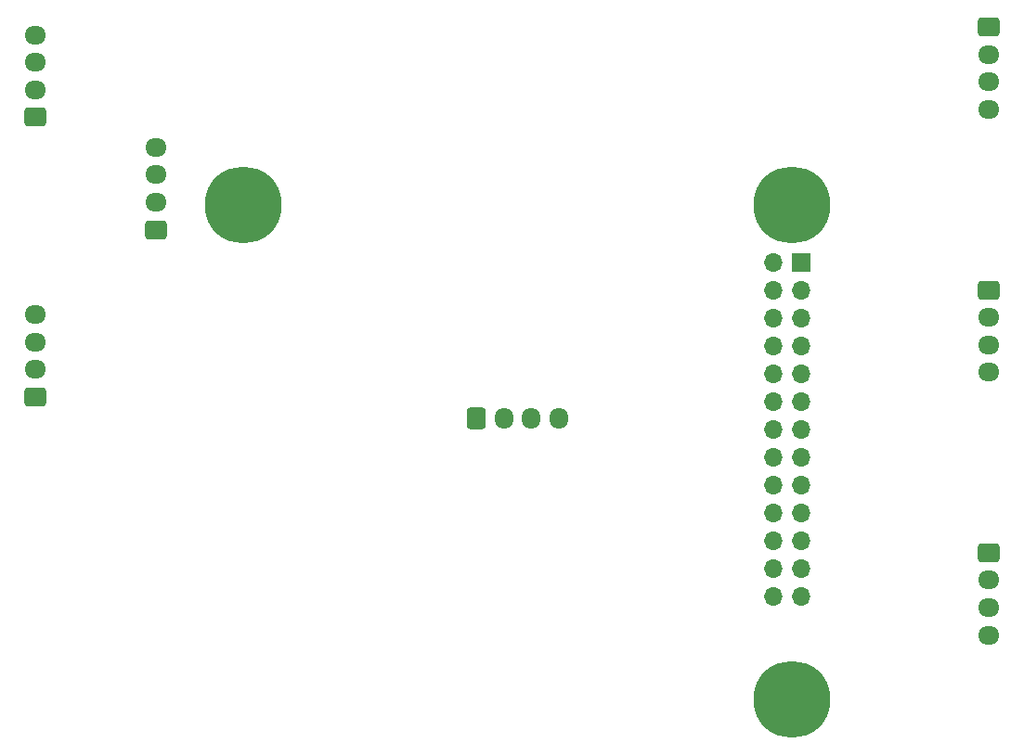
<source format=gbr>
%TF.GenerationSoftware,KiCad,Pcbnew,8.0.4-8.0.4-0~ubuntu22.04.1*%
%TF.CreationDate,2024-09-02T17:19:41-04:00*%
%TF.ProjectId,hivemind-pcb,68697665-6d69-46e6-942d-7063622e6b69,rev?*%
%TF.SameCoordinates,Original*%
%TF.FileFunction,Soldermask,Bot*%
%TF.FilePolarity,Negative*%
%FSLAX46Y46*%
G04 Gerber Fmt 4.6, Leading zero omitted, Abs format (unit mm)*
G04 Created by KiCad (PCBNEW 8.0.4-8.0.4-0~ubuntu22.04.1) date 2024-09-02 17:19:41*
%MOMM*%
%LPD*%
G01*
G04 APERTURE LIST*
G04 Aperture macros list*
%AMRoundRect*
0 Rectangle with rounded corners*
0 $1 Rounding radius*
0 $2 $3 $4 $5 $6 $7 $8 $9 X,Y pos of 4 corners*
0 Add a 4 corners polygon primitive as box body*
4,1,4,$2,$3,$4,$5,$6,$7,$8,$9,$2,$3,0*
0 Add four circle primitives for the rounded corners*
1,1,$1+$1,$2,$3*
1,1,$1+$1,$4,$5*
1,1,$1+$1,$6,$7*
1,1,$1+$1,$8,$9*
0 Add four rect primitives between the rounded corners*
20,1,$1+$1,$2,$3,$4,$5,0*
20,1,$1+$1,$4,$5,$6,$7,0*
20,1,$1+$1,$6,$7,$8,$9,0*
20,1,$1+$1,$8,$9,$2,$3,0*%
G04 Aperture macros list end*
%ADD10C,7.000000*%
%ADD11RoundRect,0.250000X-0.725000X0.600000X-0.725000X-0.600000X0.725000X-0.600000X0.725000X0.600000X0*%
%ADD12O,1.950000X1.700000*%
%ADD13RoundRect,0.250000X0.725000X-0.600000X0.725000X0.600000X-0.725000X0.600000X-0.725000X-0.600000X0*%
%ADD14R,1.700000X1.700000*%
%ADD15O,1.700000X1.700000*%
%ADD16RoundRect,0.250000X-0.600000X-0.725000X0.600000X-0.725000X0.600000X0.725000X-0.600000X0.725000X0*%
%ADD17O,1.700000X1.950000*%
G04 APERTURE END LIST*
D10*
%TO.C,REF\u002A\u002A*%
X228500000Y-109150000D03*
%TD*%
%TO.C,REF\u002A\u002A*%
X228500000Y-64000000D03*
%TD*%
%TO.C,REF\u002A\u002A*%
X178500000Y-64000000D03*
%TD*%
D11*
%TO.C,Skulls*%
X246500000Y-71750000D03*
D12*
X246500000Y-74250000D03*
X246500000Y-76750000D03*
X246500000Y-79250000D03*
%TD*%
D11*
%TO.C,Queen*%
X246500000Y-47750000D03*
D12*
X246500000Y-50250000D03*
X246500000Y-52750000D03*
X246500000Y-55250000D03*
%TD*%
%TO.C,LCD*%
X170500000Y-58750000D03*
X170500000Y-61250000D03*
X170500000Y-63750000D03*
D13*
X170500000Y-66250000D03*
%TD*%
D11*
%TO.C,Checkers*%
X246500000Y-95750000D03*
D12*
X246500000Y-98250000D03*
X246500000Y-100750000D03*
X246500000Y-103250000D03*
%TD*%
D13*
%TO.C,Abs*%
X159500000Y-56000000D03*
D12*
X159500000Y-53500000D03*
X159500000Y-51000000D03*
X159500000Y-48500000D03*
%TD*%
%TO.C,Stripes*%
X159500000Y-74000000D03*
X159500000Y-76500000D03*
X159500000Y-79000000D03*
D13*
X159500000Y-81500000D03*
%TD*%
D14*
%TO.C,OrangePi Header*%
X229400000Y-69250000D03*
D15*
X226860000Y-69250000D03*
X229400000Y-71790000D03*
X226860000Y-71790000D03*
X229400000Y-74330000D03*
X226860000Y-74330000D03*
X229400000Y-76870000D03*
X226860000Y-76870000D03*
X229400000Y-79410000D03*
X226860000Y-79410000D03*
X229400000Y-81950000D03*
X226860000Y-81950000D03*
X229400000Y-84490000D03*
X226860000Y-84490000D03*
X229400000Y-87030000D03*
X226860000Y-87030000D03*
X229400000Y-89570000D03*
X226860000Y-89570000D03*
X229400000Y-92110000D03*
X226860000Y-92110000D03*
X229400000Y-94650000D03*
X226860000Y-94650000D03*
X229400000Y-97190000D03*
X226860000Y-97190000D03*
X229400000Y-99730000D03*
X226860000Y-99730000D03*
%TD*%
D16*
%TO.C,PN532*%
X199750000Y-83500000D03*
D17*
X202250000Y-83500000D03*
X204750000Y-83500000D03*
X207250000Y-83500000D03*
%TD*%
M02*

</source>
